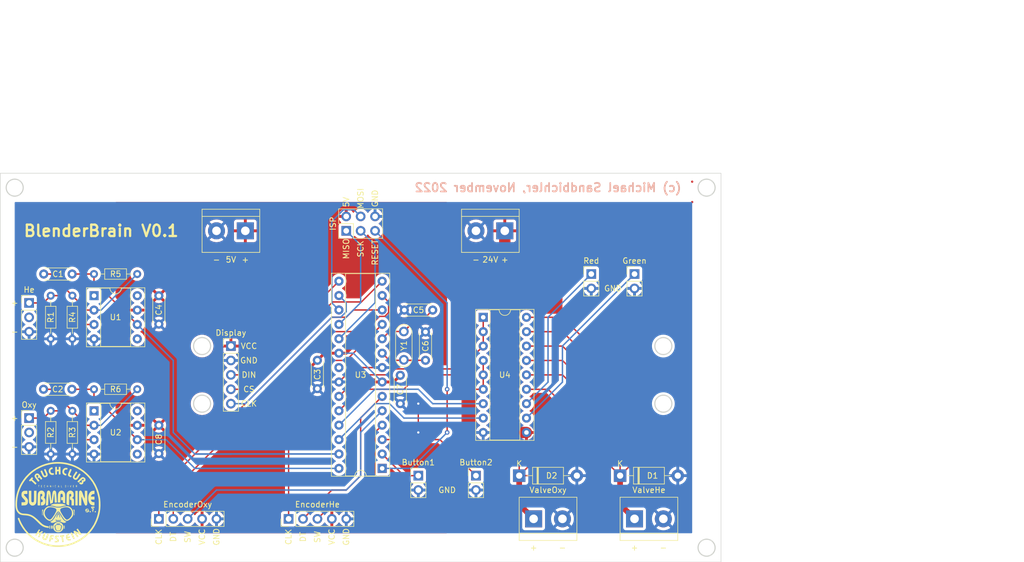
<source format=kicad_pcb>
(kicad_pcb (version 20211014) (generator pcbnew)
  (title_block (title "BlenderBrain") (date "2022-11-15") (rev "1") (comment 4 "AISLER Project ID: VIQGOEOP"))
  (layers (0 "F.Cu" signal) (31 "B.Cu" signal) (34 "B.Paste" user) (35 "F.Paste" user) (36 "B.SilkS" user "B.Silkscreen") (37 "F.SilkS" user "F.Silkscreen") (38 "B.Mask" user) (39 "F.Mask" user) (44 "Edge.Cuts" user))
  (net 0 "")
  (net 1 "+5V")
  (net 2 "GND")
  (net 4 "Net-(C6-Pad1)")
  (net 5 "Net-(J1-Pad1)")
  (net 6 "Net-(J2-Pad1)")
  (net 7 "Net-(C1-Pad1)")
  (net 8 "Net-(C1-Pad2)")
  (net 9 "Net-(C2-Pad1)")
  (net 10 "Net-(C2-Pad2)")
  (net 17 "Net-(C5-Pad1)")
  (net 18 "+24V")
  (net 21 "Net-(D1-Pad1)")
  (net 22 "Net-(D2-Pad1)")
  (net 23 "Net-(JButton1-Pad1)")
  (net 24 "Net-(JButton2-Pad1)")
  (net 25 "Net-(JDisplay1-Pad4)")
  (net 26 "Net-(JDisplay1-Pad5)")
  (net 27 "Net-(JEncHe1-Pad2)")
  (net 28 "Net-(JEncHe1-Pad3)")
  (net 29 "Net-(J3-Pad1)")
  (net 30 "Net-(J3-Pad3)")
  (net 31 "Net-(J3-Pad4)")
  (net 32 "Net-(J3-Pad5)")
  (net 33 "Net-(JGreen1-Pad1)")
  (net 34 "Net-(JRed1-Pad1)")
  (net 35 "Net-(U3-Pad23)")
  (net 36 "Net-(JEncO1-Pad3)")
  (net 37 "Net-(U3-Pad24)")
  (net 38 "Net-(JEncHe1-Pad1)")
  (net 39 "Net-(JEncO1-Pad1)")
  (net 40 "Net-(JEncO1-Pad2)")
  (net 41 "Net-(U3-Pad25)")
  (net 42 "Net-(JDisplay1-Pad3)")
  (net 43 "Net-(U3-Pad26)")
  (footprint "Package_DIP:DIP-8_W7.62mm_Socket" (layer "F.Cu") (at 95.26 107.955)
    (fp_text reference "U2" (at 3.81 3.805 180) (layer "F.SilkS"))
    (fp_text value "OP177GPZ")
    (pad "1" thru_hole rect (at 0 0) (size 1.6 1.6) (drill 0.8) (layers *.Cu *.Mask))
    (pad "2" thru_hole oval (at 0 2.54) (size 1.6 1.6) (drill 0.8) (layers *.Cu *.Mask) (net 9 "Net-(C2-Pad1)"))
    (pad "3" thru_hole oval (at 0 5.08) (size 1.6 1.6) (drill 0.8) (layers *.Cu *.Mask) (net 6 "Net-(J2-Pad1)"))
    (pad "4" thru_hole oval (at 0 7.62) (size 1.6 1.6) (drill 0.8) (layers *.Cu *.Mask) (net 2 "GND"))
    (pad "5" thru_hole oval (at 7.62 7.62) (size 1.6 1.6) (drill 0.8) (layers *.Cu *.Mask))
    (pad "6" thru_hole oval (at 7.62 5.08) (size 1.6 1.6) (drill 0.8) (layers *.Cu *.Mask) (net 10 "Net-(C2-Pad2)"))
    (pad "7" thru_hole oval (at 7.62 2.54) (size 1.6 1.6) (drill 0.8) (layers *.Cu *.Mask) (net 1 "+5V"))
    (pad "8" thru_hole oval (at 7.62 0) (size 1.6 1.6) (drill 0.8) (layers *.Cu *.Mask))
  )
  (footprint "Package_DIP:DIP-28_W7.62mm_Socket" (layer "F.Cu") (at 146.035 118.095 180)
    (fp_text reference "U3" (at 3.81 16.495) (layer "F.SilkS"))
    (fp_text value "ATmega168-20P")
    (pad "1" thru_hole rect (at 0 0 180) (size 1.6 1.6) (drill 0.8) (layers *.Cu *.Mask) (net 32 "Net-(J3-Pad5)"))
    (pad "2" thru_hole oval (at 0 2.54 180) (size 1.6 1.6) (drill 0.8) (layers *.Cu *.Mask) (net 23 "Net-(JButton1-Pad1)"))
    (pad "3" thru_hole oval (at 0 5.08 180) (size 1.6 1.6) (drill 0.8) (layers *.Cu *.Mask) (net 24 "Net-(JButton2-Pad1)"))
    (pad "4" thru_hole oval (at 0 7.62 180) (size 1.6 1.6) (drill 0.8) (layers *.Cu *.Mask) (net 28 "Net-(JEncHe1-Pad3)"))
    (pad "5" thru_hole oval (at 0 10.16 180) (size 1.6 1.6) (drill 0.8) (layers *.Cu *.Mask) (net 36 "Net-(JEncO1-Pad3)"))
    (pad "6" thru_hole oval (at 0 12.7 180) (size 1.6 1.6) (drill 0.8) (layers *.Cu *.Mask) (net 27 "Net-(JEncHe1-Pad2)"))
    (pad "7" thru_hole oval (at 0 15.24 180) (size 1.6 1.6) (drill 0.8) (layers *.Cu *.Mask) (net 1 "+5V"))
    (pad "8" thru_hole oval (at 0 17.78 180) (size 1.6 1.6) (drill 0.8) (layers *.Cu *.Mask) (net 2 "GND"))
    (pad "9" thru_hole oval (at 0 20.32 180) (size 1.6 1.6) (drill 0.8) (layers *.Cu *.Mask) (net 4 "Net-(C6-Pad1)"))
    (pad "10" thru_hole oval (at 0 22.86 180) (size 1.6 1.6) (drill 0.8) (layers *.Cu *.Mask) (net 17 "Net-(C5-Pad1)"))
    (pad "11" thru_hole oval (at 0 25.4 180) (size 1.6 1.6) (drill 0.8) (layers *.Cu *.Mask) (net 38 "Net-(JEncHe1-Pad1)"))
    (pad "12" thru_hole oval (at 0 27.94 180) (size 1.6 1.6) (drill 0.8) (layers *.Cu *.Mask) (net 39 "Net-(JEncO1-Pad1)"))
    (pad "13" thru_hole oval (at 0 30.48 180) (size 1.6 1.6) (drill 0.8) (layers *.Cu *.Mask) (net 40 "Net-(JEncO1-Pad2)"))
    (pad "14" thru_hole oval (at 0 33.02 180) (size 1.6 1.6) (drill 0.8) (layers *.Cu *.Mask) (net 25 "Net-(JDisplay1-Pad4)"))
    (pad "15" thru_hole oval (at 7.62 33.02 180) (size 1.6 1.6) (drill 0.8) (layers *.Cu *.Mask) (net 42 "Net-(JDisplay1-Pad3)"))
    (pad "16" thru_hole oval (at 7.62 30.48 180) (size 1.6 1.6) (drill 0.8) (layers *.Cu *.Mask) (net 26 "Net-(JDisplay1-Pad5)"))
    (pad "17" thru_hole oval (at 7.62 27.94 180) (size 1.6 1.6) (drill 0.8) (layers *.Cu *.Mask) (net 31 "Net-(J3-Pad4)"))
    (pad "18" thru_hole oval (at 7.62 25.4 180) (size 1.6 1.6) (drill 0.8) (layers *.Cu *.Mask) (net 29 "Net-(J3-Pad1)"))
    (pad "19" thru_hole oval (at 7.62 22.86 180) (size 1.6 1.6) (drill 0.8) (layers *.Cu *.Mask) (net 30 "Net-(J3-Pad3)"))
    (pad "20" thru_hole oval (at 7.62 20.32 180) (size 1.6 1.6) (drill 0.8) (layers *.Cu *.Mask) (net 1 "+5V"))
    (pad "21" thru_hole oval (at 7.62 17.78 180) (size 1.6 1.6) (drill 0.8) (layers *.Cu *.Mask))
    (pad "22" thru_hole oval (at 7.62 15.24 180) (size 1.6 1.6) (drill 0.8) (layers *.Cu *.Mask) (net 2 "GND"))
    (pad "23" thru_hole oval (at 7.62 12.7 180) (size 1.6 1.6) (drill 0.8) (layers *.Cu *.Mask) (net 35 "Net-(U3-Pad23)"))
    (pad "24" thru_hole oval (at 7.62 10.16 180) (size 1.6 1.6) (drill 0.8) (layers *.Cu *.Mask) (net 37 "Net-(U3-Pad24)"))
    (pad "25" thru_hole oval (at 7.62 7.62 180) (size 1.6 1.6) (drill 0.8) (layers *.Cu *.Mask) (net 41 "Net-(U3-Pad25)"))
    (pad "26" thru_hole oval (at 7.62 5.08 180) (size 1.6 1.6) (drill 0.8) (layers *.Cu *.Mask) (net 43 "Net-(U3-Pad26)"))
    (pad "27" thru_hole oval (at 7.62 2.54 180) (size 1.6 1.6) (drill 0.8) (layers *.Cu *.Mask) (net 8 "Net-(C1-Pad2)"))
    (pad "28" thru_hole oval (at 7.62 0 180) (size 1.6 1.6) (drill 0.8) (layers *.Cu *.Mask) (net 10 "Net-(C2-Pad2)"))
  )
  (footprint "Connector_PinHeader_2.54mm:PinHeader_1x02_P2.54mm_Vertical" (layer "F.Cu") (at 190.5 83.815)
    (fp_text reference "Green" (at 0 -2.33) (layer "F.SilkS"))
    (fp_text value "Conn_01x02")
    (pad "1" thru_hole rect (at 0 0) (size 1.7 1.7) (drill 1) (layers *.Cu *.Mask) (net 33 "Net-(JGreen1-Pad1)"))
    (pad "2" thru_hole oval (at 0 2.54) (size 1.7 1.7) (drill 1) (layers *.Cu *.Mask) (net 2 "GND"))
  )
  (footprint "Connector_PinHeader_2.54mm:PinHeader_1x05_P2.54mm_Vertical" (layer "F.Cu") (at 119.38 96.52)
    (fp_text reference "Display" (at 0 -2.33) (layer "F.SilkS"))
    (fp_text value "Conn_01x05_Male")
    (pad "1" thru_hole rect (at 0 0) (size 1.7 1.7) (drill 1) (layers *.Cu *.Mask) (net 1 "+5V"))
    (pad "2" thru_hole oval (at 0 2.54) (size 1.7 1.7) (drill 1) (layers *.Cu *.Mask) (net 2 "GND"))
    (pad "3" thru_hole oval (at 0 5.08) (size 1.7 1.7) (drill 1) (layers *.Cu *.Mask) (net 42 "Net-(JDisplay1-Pad3)"))
    (pad "4" thru_hole oval (at 0 7.62) (size 1.7 1.7) (drill 1) (layers *.Cu *.Mask) (net 25 "Net-(JDisplay1-Pad4)"))
    (pad "5" thru_hole oval (at 0 10.16) (size 1.7 1.7) (drill 1) (layers *.Cu *.Mask) (net 26 "Net-(JDisplay1-Pad5)"))
  )
  (footprint "Capacitor_THT:C_Disc_D4.3mm_W1.9mm_P5.00mm" (layer "F.Cu") (at 134.615 99.03 -90)
    (fp_text reference "C3" (at 2.5 -0.005 -270) (layer "F.SilkS"))
    (fp_text value "100nF")
    (pad "1" thru_hole circle (at 0 0 270) (size 1.6 1.6) (drill 0.8) (layers *.Cu *.Mask) (net 1 "+5V"))
    (pad "2" thru_hole circle (at 5 0 270) (size 1.6 1.6) (drill 0.8) (layers *.Cu *.Mask) (net 2 "GND"))
  )
  (footprint "Capacitor_THT:C_Disc_D4.3mm_W1.9mm_P5.00mm" (layer "F.Cu") (at 86.36 104.14)
    (fp_text reference "C2" (at 2.5 0) (layer "F.SilkS"))
    (fp_text value "1nF")
    (pad "1" thru_hole circle (at 0 0) (size 1.6 1.6) (drill 0.8) (layers *.Cu *.Mask) (net 9 "Net-(C2-Pad1)"))
    (pad "2" thru_hole circle (at 5 0) (size 1.6 1.6) (drill 0.8) (layers *.Cu *.Mask) (net 10 "Net-(C2-Pad2)"))
  )
  (footprint "Package_DIP:DIP-8_W7.62mm_Socket" (layer "F.Cu") (at 95.26 87.635)
    (fp_text reference "U1" (at 3.8 3.805) (layer "F.SilkS"))
    (fp_text value "OP177GPZ")
    (pad "1" thru_hole rect (at 0 0) (size 1.6 1.6) (drill 0.8) (layers *.Cu *.Mask))
    (pad "2" thru_hole oval (at 0 2.54) (size 1.6 1.6) (drill 0.8) (layers *.Cu *.Mask) (net 7 "Net-(C1-Pad1)"))
    (pad "3" thru_hole oval (at 0 5.08) (size 1.6 1.6) (drill 0.8) (layers *.Cu *.Mask) (net 5 "Net-(J1-Pad1)"))
    (pad "4" thru_hole oval (at 0 7.62) (size 1.6 1.6) (drill 0.8) (layers *.Cu *.Mask) (net 2 "GND"))
    (pad "5" thru_hole oval (at 7.62 7.62) (size 1.6 1.6) (drill 0.8) (layers *.Cu *.Mask))
    (pad "6" thru_hole oval (at 7.62 5.08) (size 1.6 1.6) (drill 0.8) (layers *.Cu *.Mask) (net 8 "Net-(C1-Pad2)"))
    (pad "7" thru_hole oval (at 7.62 2.54) (size 1.6 1.6) (drill 0.8) (layers *.Cu *.Mask) (net 1 "+5V"))
    (pad "8" thru_hole oval (at 7.62 0) (size 1.6 1.6) (drill 0.8) (layers *.Cu *.Mask))
  )
  (footprint "Connector_PinHeader_2.54mm:PinHeader_1x03_P2.54mm_Vertical" (layer "F.Cu") (at 83.82 88.915)
    (fp_text reference "He" (at 0 -2.33) (layer "F.SilkS"))
    (fp_text value "Conn_He")
    (pad "1" thru_hole rect (at 0 0) (size 1.7 1.7) (drill 1) (layers *.Cu *.Mask) (net 5 "Net-(J1-Pad1)"))
    (pad "2" thru_hole oval (at 0 2.54) (size 1.7 1.7) (drill 1) (layers *.Cu *.Mask))
    (pad "3" thru_hole oval (at 0 5.08) (size 1.7 1.7) (drill 1) (layers *.Cu *.Mask) (net 2 "GND"))
  )
  (footprint "Resistor_THT:R_Axial_DIN0204_L3.6mm_D1.6mm_P7.62mm_Horizontal" (layer "F.Cu") (at 91.44 87.625 -90)
    (fp_text reference "R4" (at 3.81 0 90) (layer "F.SilkS"))
    (fp_text value "1k")
    (pad "1" thru_hole circle (at 0 0 270) (size 1.4 1.4) (drill 0.7) (layers *.Cu *.Mask) (net 7 "Net-(C1-Pad1)"))
    (pad "2" thru_hole oval (at 7.62 0 270) (size 1.4 1.4) (drill 0.7) (layers *.Cu *.Mask) (net 2 "GND"))
  )
  (footprint "TerminalBlock:TerminalBlock_bornier-2_P5.08mm" (layer "F.Cu") (at 190.5 126.995)
    (fp_text reference "ValveHe" (at 2.54 -5.08) (layer "F.SilkS"))
    (fp_text value "Screw_Terminal_01x02")
    (pad "1" thru_hole rect (at 0 0) (size 3 3) (drill 1.52) (layers *.Cu *.Mask) (net 21 "Net-(D1-Pad1)"))
    (pad "2" thru_hole circle (at 5.08 0) (size 3 3) (drill 1.52) (layers *.Cu *.Mask) (net 2 "GND"))
  )
  (footprint "Diode_THT:D_DO-41_SOD81_P10.16mm_Horizontal" (layer "F.Cu") (at 187.96 119.375)
    (fp_text reference "D1" (at 5.715 0.005) (layer "F.SilkS"))
    (fp_text value "1N4001")
    (fp_text user "K" (at 0 -2.1) (layer "F.SilkS"))
    (pad "1" thru_hole rect (at 0 0) (size 2.2 2.2) (drill 1.1) (layers *.Cu *.Mask) (net 21 "Net-(D1-Pad1)"))
    (pad "2" thru_hole oval (at 10.16 0) (size 2.2 2.2) (drill 1.1) (layers *.Cu *.Mask) (net 2 "GND"))
  )
  (footprint "Crystal:Resonator-2Pin_W7.0mm_H2.5mm" (layer "F.Cu") (at 149.855 93.95 -90)
    (fp_text reference "Y1" (at 2.5 -0.005 -270) (layer "F.SilkS"))
    (fp_text value "10MHz")
    (pad "1" thru_hole circle (at 0 0 270) (size 1.7 1.7) (drill 1) (layers *.Cu *.Mask) (net 17 "Net-(C5-Pad1)"))
    (pad "2" thru_hole circle (at 5 0 270) (size 1.7 1.7) (drill 1) (layers *.Cu *.Mask) (net 4 "Net-(C6-Pad1)"))
  )
  (footprint "Resistor_THT:R_Axial_DIN0204_L3.6mm_D1.6mm_P7.62mm_Horizontal" (layer "F.Cu") (at 91.44 107.95 -90)
    (fp_text reference "R3" (at 3.81 0 90) (layer "F.SilkS"))
    (fp_text value "1k")
    (pad "1" thru_hole circle (at 0 0 270) (size 1.4 1.4) (drill 0.7) (layers *.Cu *.Mask) (net 9 "Net-(C2-Pad1)"))
    (pad "2" thru_hole oval (at 7.62 0 270) (size 1.4 1.4) (drill 0.7) (layers *.Cu *.Mask) (net 2 "GND"))
  )
  (footprint "Connector_PinHeader_2.54mm:PinHeader_1x05_P2.54mm_Vertical" (layer "F.Cu") (at 129.545 126.995 90)
    (fp_text reference "EncoderHe" (at 2.535 5.075 180) (layer "F.SilkS"))
    (fp_text value "Conn_01x05_Male")
    (pad "1" thru_hole rect (at 0 0 90) (size 1.7 1.7) (drill 1) (layers *.Cu *.Mask) (net 38 "Net-(JEncHe1-Pad1)"))
    (pad "2" thru_hole oval (at 0 2.54 90) (size 1.7 1.7) (drill 1) (layers *.Cu *.Mask) (net 27 "Net-(JEncHe1-Pad2)"))
    (pad "3" thru_hole oval (at 0 5.08 90) (size 1.7 1.7) (drill 1) (layers *.Cu *.Mask) (net 28 "Net-(JEncHe1-Pad3)"))
    (pad "4" thru_hole oval (at 0 7.62 90) (size 1.7 1.7) (drill 1) (layers *.Cu *.Mask) (net 1 "+5V"))
    (pad "5" thru_hole oval (at 0 10.16 90) (size 1.7 1.7) (drill 1) (layers *.Cu *.Mask) (net 2 "GND"))
  )
  (footprint "Capacitor_THT:C_Disc_D4.3mm_W1.9mm_P5.00mm" (layer "F.Cu") (at 106.68 87.645 -90)
    (fp_text reference "C4" (at 2.5 0 90) (layer "F.SilkS"))
    (fp_text value "100nF")
    (pad "1" thru_hole circle (at 0 0 270) (size 1.6 1.6) (drill 0.8) (layers *.Cu *.Mask) (net 1 "+5V"))
    (pad "2" thru_hole circle (at 5 0 270) (size 1.6 1.6) (drill 0.8) (layers *.Cu *.Mask) (net 2 "GND"))
  )
  (footprint "Resistor_THT:R_Axial_DIN0204_L3.6mm_D1.6mm_P7.62mm_Horizontal" (layer "F.Cu") (at 95.25 104.135)
    (fp_text reference "R6" (at 3.81 0.005) (layer "F.SilkS"))
    (fp_text value "100k")
    (pad "1" thru_hole circle (at 0 0) (size 1.4 1.4) (drill 0.7) (layers *.Cu *.Mask) (net 10 "Net-(C2-Pad2)"))
    (pad "2" thru_hole oval (at 7.62 0) (size 1.4 1.4) (drill 0.7) (layers *.Cu *.Mask) (net 9 "Net-(C2-Pad1)"))
  )
  (footprint "Connector_PinHeader_2.54mm:PinHeader_1x03_P2.54mm_Vertical" (layer "F.Cu") (at 83.82 109.22)
    (fp_text reference "Oxy" (at 0 -2.33) (layer "F.SilkS"))
    (fp_text value "Conn_Oxy")
    (pad "1" thru_hole rect (at 0 0) (size 1.7 1.7) (drill 1) (layers *.Cu *.Mask) (net 6 "Net-(J2-Pad1)"))
    (pad "2" thru_hole oval (at 0 2.54) (size 1.7 1.7) (drill 1) (layers *.Cu *.Mask))
    (pad "3" thru_hole oval (at 0 5.08) (size 1.7 1.7) (drill 1) (layers *.Cu *.Mask) (net 2 "GND"))
  )
  (footprint "Capacitor_THT:C_Disc_D4.3mm_W1.9mm_P5.00mm" (layer "F.Cu") (at 154.935 90.17 180)
    (fp_text reference "C5" (at 2.5 0) (layer "F.SilkS"))
    (fp_text value "20pF")
    (pad "1" thru_hole circle (at 0 0 180) (size 1.6 1.6) (drill 0.8) (layers *.Cu *.Mask) (net 17 "Net-(C5-Pad1)"))
    (pad "2" thru_hole circle (at 5 0 180) (size 1.6 1.6) (drill 0.8) (layers *.Cu *.Mask) (net 2 "GND"))
  )
  (footprint "Capacitor_THT:C_Disc_D4.3mm_W1.9mm_P5.00mm" (layer "F.Cu") (at 149.225 106.68 90)
    (fp_text reference "C7" (at 2.5 0 90) (layer "F.SilkS"))
    (fp_text value "100nF")
    (pad "1" thru_hole circle (at 0 0 90) (size 1.6 1.6) (drill 0.8) (layers *.Cu *.Mask) (net 2 "GND"))
    (pad "2" thru_hole circle (at 5 0 90) (size 1.6 1.6) (drill 0.8) (layers *.Cu *.Mask) (net 1 "+5V"))
  )
  (footprint "Resistor_THT:R_Axial_DIN0204_L3.6mm_D1.6mm_P7.62mm_Horizontal" (layer "F.Cu") (at 87.63 107.945 -90)
    (fp_text reference "R2" (at 3.81 0 90) (layer "F.SilkS"))
    (fp_text value "10k")
    (pad "1" thru_hole circle (at 0 0 270) (size 1.4 1.4) (drill 0.7) (layers *.Cu *.Mask) (net 6 "Net-(J2-Pad1)"))
    (pad "2" thru_hole oval (at 7.62 0 270) (size 1.4 1.4) (drill 0.7) (layers *.Cu *.Mask) (net 2 "GND"))
  )
  (footprint "Capacitor_THT:C_Disc_D4.3mm_W1.9mm_P5.00mm" (layer "F.Cu") (at 106.68 110.485 -90)
    (fp_text reference "C8" (at 2.5 0 90) (layer "F.SilkS"))
    (fp_text value "100nF")
    (pad "1" thru_hole circle (at 0 0 270) (size 1.6 1.6) (drill 0.8) (layers *.Cu *.Mask) (net 1 "+5V"))
    (pad "2" thru_hole circle (at 5 0 270) (size 1.6 1.6) (drill 0.8) (layers *.Cu *.Mask) (net 2 "GND"))
  )
  (footprint "Resistor_THT:R_Axial_DIN0204_L3.6mm_D1.6mm_P7.62mm_Horizontal" (layer "F.Cu") (at 87.63 87.63 -90)
    (fp_text reference "R1" (at 3.81 0 90) (layer "F.SilkS"))
    (fp_text value "10k")
    (pad "1" thru_hole circle (at 0 0 270) (size 1.4 1.4) (drill 0.7) (layers *.Cu *.Mask) (net 5 "Net-(J1-Pad1)"))
    (pad "2" thru_hole oval (at 7.62 0 270) (size 1.4 1.4) (drill 0.7) (layers *.Cu *.Mask) (net 2 "GND"))
  )
  (footprint "Capacitor_THT:C_Disc_D4.3mm_W1.9mm_P5.00mm" (layer "F.Cu") (at 86.4 83.815)
    (fp_text reference "C1" (at 2.5 0.005) (layer "F.SilkS"))
    (fp_text value "1nF")
    (pad "1" thru_hole circle (at 0 0) (size 1.6 1.6) (drill 0.8) (layers *.Cu *.Mask) (net 7 "Net-(C1-Pad1)"))
    (pad "2" thru_hole circle (at 5 0) (size 1.6 1.6) (drill 0.8) (layers *.Cu *.Mask) (net 8 "Net-(C1-Pad2)"))
  )
  (footprint "Connector_PinHeader_2.54mm:PinHeader_1x02_P2.54mm_Vertical" (layer "F.Cu") (at 182.88 83.815)
    (fp_text reference "Red" (at 0 -2.33) (layer "F.SilkS"))
    (fp_text value "Conn_01x02")
    (pad "1" thru_hole rect (at 0 0) (size 1.7 1.7) (drill 1) (layers *.Cu *.Mask) (net 34 "Net-(JRed1-Pad1)"))
    (pad "2" thru_hole oval (at 0 2.54) (size 1.7 1.7) (drill 1) (layers *.Cu *.Mask) (net 2 "GND"))
  )
  (footprint "TerminalBlock:TerminalBlock_bornier-2_P5.08mm" (layer "F.Cu") (at 172.72 126.995)
    (fp_text reference "ValveOxy" (at 2.54 -5.08) (layer "F.SilkS"))
    (fp_text value "Screw_Terminal_01x02")
    (pad "1" thru_hole rect (at 0 0) (size 3 3) (drill 1.52) (layers *.Cu *.Mask) (net 22 "Net-(D2-Pad1)"))
    (pad "2" thru_hole circle (at 5.08 0) (size 3 3) (drill 1.52) (layers *.Cu *.Mask) (net 2 "GND"))
  )
  (footprint "Resistor_THT:R_Axial_DIN0204_L3.6mm_D1.6mm_P7.62mm_Horizontal" (layer "F.Cu") (at 95.25 83.815)
    (fp_text reference "R5" (at 3.81 0.005) (layer "F.SilkS"))
    (fp_text value "100k")
    (pad "1" thru_hole circle (at 0 0) (size 1.4 1.4) (drill 0.7) (layers *.Cu *.Mask) (net 8 "Net-(C1-Pad2)"))
    (pad "2" thru_hole oval (at 7.62 0) (size 1.4 1.4) (drill 0.7) (layers *.Cu *.Mask) (net 7 "Net-(C1-Pad1)"))
  )
  (footprint "TerminalBlock:TerminalBlock_bornier-2_P5.08mm" (layer "F.Cu") (at 167.64 76.195 180)
    (fp_text reference "24V" (at 2.54 -5.08) (layer "F.SilkS"))
    (fp_text value "Screw_Terminal_01x02")
    (pad "1" thru_hole rect (at 0 0 180) (size 3 3) (drill 1.52) (layers *.Cu *.Mask) (net 18 "+24V"))
    (pad "2" thru_hole circle (at 5.08 0 180) (size 3 3) (drill 1.52) (layers *.Cu *.Mask) (net 2 "GND"))
  )
  (footprint "Connector_PinHeader_2.54mm:PinHeader_1x05_P2.54mm_Vertical" (layer "F.Cu") (at 106.68 126.995 90)
    (fp_text reference "EncoderOxy" (at 2.535 5.08 180) (layer "F.SilkS"))
    (fp_text value "Conn_01x05_Male")
    (pad "1" thru_hole rect (at 0 0 90) (size 1.7 1.7) (drill 1) (layers *.Cu *.Mask) (net 39 "Net-(JEncO1-Pad1)"))
    (pad "2" thru_hole oval (at 0 2.54 90) (size 1.7 1.7) (drill 1) (layers *.Cu *.Mask) (net 40 "Net-(JEncO1-Pad2)"))
    (pad "3" thru_hole oval (at 0 5.08 90) (size 1.7 1.7) (drill 1) (layers *.Cu *.Mask) (net 36 "Net-(JEncO1-Pad3)"))
    (pad "4" thru_hole oval (at 0 7.62 90) (size 1.7 1.7) (drill 1) (layers *.Cu *.Mask) (net 1 "+5V"))
    (pad "5" thru_hole oval (at 0 10.16 90) (size 1.7 1.7) (drill 1) (layers *.Cu *.Mask) (net 2 "GND"))
  )
  (footprint "Package_DIP:DIP-18_W7.62mm_Socket" (layer "F.Cu") (at 163.84 91.445)
    (fp_text reference "U4" (at 3.81 10.155) (layer "F.SilkS"))
    (fp_text value "ULN2803A")
    (pad "1" thru_hole rect (at 0 0) (size 1.6 1.6) (drill 0.8) (layers *.Cu *.Mask) (net 35 "Net-(U3-Pad23)"))
    (pad "2" thru_hole oval (at 0 2.54) (size 1.6 1.6) (drill 0.8) (layers *.Cu *.Mask) (net 35 "Net-(U3-Pad23)"))
    (pad "3" thru_hole oval (at 0 5.08) (size 1.6 1.6) (drill 0.8) (layers *.Cu *.Mask) (net 35 "Net-(U3-Pad23)"))
    (pad "4" thru_hole oval (at 0 7.62) (size 1.6 1.6) (drill 0.8) (layers *.Cu *.Mask) (net 37 "Net-(U3-Pad24)"))
    (pad "5" thru_hole oval (at 0 10.16) (size 1.6 1.6) (drill 0.8) (layers *.Cu *.Mask) (net 37 "Net-(U3-Pad24)"))
    (pad "6" thru_hole oval (at 0 12.7) (size 1.6 1.6) (drill 0.8) (layers *.Cu *.Mask) (net 37 "Net-(U3-Pad24)"))
    (pad "7" thru_hole oval (at 0 15.24) (size 1.6 1.6) (drill 0.8) (layers *.Cu *.Mask) (net 41 "Net-(U3-Pad25)"))
    (pad "8" thru_hole oval (at 0 17.78) (size 1.6 1.6) (drill 0.8) (layers *.Cu *.Mask) (net 43 "Net-(U3-Pad26)"))
    (pad "9" thru_hole oval (at 0 20.32) (size 1.6 1.6) (drill 0.8) (layers *.Cu *.Mask) (net 2 "GND"))
    (pad "10" thru_hole oval (at 7.62 20.32) (size 1.6 1.6) (drill 0.8) (layers *.Cu *.Mask) (net 18 "+24V"))
    (pad "11" thru_hole oval (at 7.62 17.78) (size 1.6 1.6) (drill 0.8) (layers *.Cu *.Mask) (net 33 "Net-(JGreen1-Pad1)"))
    (pad "12" thru_hole oval (at 7.62 15.24) (size 1.6 1.6) (drill 0.8) (layers *.Cu *.Mask) (net 34 "Net-(JRed1-Pad1)"))
    (pad "13" thru_hole oval (at 7.62 12.7) (size 1.6 1.6) (drill 0.8) (layers *.Cu *.Mask) (net 22 "Net-(D2-Pad1)"))
    (pad "14" thru_hole oval (at 7.62 10.16) (size 1.6 1.6) (drill 0.8) (layers *.Cu *.Mask) (net 22 "Net-(D2-Pad1)"))
    (pad "15" thru_hole oval (at 7.62 7.62) (size 1.6 1.6) (drill 0.8) (layers *.Cu *.Mask) (net 22 "Net-(D2-Pad1)"))
    (pad "16" thru_hole oval (at 7.62 5.08) (size 1.6 1.6) (drill 0.8) (layers *.Cu *.Mask) (net 21 "Net-(D1-Pad1)"))
    (pad "17" thru_hole oval (at 7.62 2.54) (size 1.6 1.6) (drill 0.8) (layers *.Cu *.Mask) (net 21 "Net-(D1-Pad1)"))
    (pad "18" thru_hole oval (at 7.62 0) (size 1.6 1.6) (drill 0.8) (layers *.Cu *.Mask) (net 21 "Net-(D1-Pad1)"))
  )
  (footprint "Capacitor_THT:C_Disc_D4.3mm_W1.9mm_P5.00mm" (layer "F.Cu") (at 153.67 99.03 90)
    (fp_text reference "C6" (at 2.5 0 90) (layer "F.SilkS"))
    (fp_text value "20pF")
    (pad "1" thru_hole circle (at 0 0 90) (size 1.6 1.6) (drill 0.8) (layers *.Cu *.Mask) (net 4 "Net-(C6-Pad1)"))
    (pad "2" thru_hole circle (at 5 0 90) (size 1.6 1.6) (drill 0.8) (layers *.Cu *.Mask) (net 2 "GND"))
  )
  (footprint "tcslogo" (layer "F.Cu") (at 88.9 124.46)
    (fp_text reference "G***" hide)
    (fp_text value "LOGO" hide)
  )
  (footprint "Diode_THT:D_DO-41_SOD81_P10.16mm_Horizontal" (layer "F.Cu") (at 170.18 119.375)
    (fp_text reference "D2" (at 5.715 0.005) (layer "F.SilkS"))
    (fp_text value "1N4001")
    (fp_text user "K" (at 0 -2.1) (layer "F.SilkS"))
    (pad "1" thru_hole rect (at 0 0) (size 2.2 2.2) (drill 1.1) (layers *.Cu *.Mask) (net 22 "Net-(D2-Pad1)"))
    (pad "2" thru_hole oval (at 10.16 0) (size 2.2 2.2) (drill 1.1) (layers *.Cu *.Mask) (net 2 "GND"))
  )
  (footprint "Connector_PinHeader_2.54mm:PinHeader_2x03_P2.54mm_Vertical" (layer "F.Cu") (at 139.7 76.195 90)
    (fp_text reference "ISP" (at 1.27 -2.33 90) (layer "F.SilkS"))
    (fp_text value "AVR-ISP-6")
    (pad "1" thru_hole rect (at 0 0 90) (size 1.7 1.7) (drill 1) (layers *.Cu *.Mask) (net 29 "Net-(J3-Pad1)"))
    (pad "2" thru_hole oval (at 2.54 0 90) (size 1.7 1.7) (drill 1) (layers *.Cu *.Mask) (net 1 "+5V"))
    (pad "3" thru_hole oval (at 0 2.54 90) (size 1.7 1.7) (drill 1) (layers *.Cu *.Mask) (net 30 "Net-(J3-Pad3)"))
    (pad "4" thru_hole oval (at 2.54 2.54 90) (size 1.7 1.7) (drill 1) (layers *.Cu *.Mask) (net 31 "Net-(J3-Pad4)"))
    (pad "5" thru_hole oval (at 0 5.08 90) (size 1.7 1.7) (drill 1) (layers *.Cu *.Mask) (net 32 "Net-(J3-Pad5)"))
    (pad "6" thru_hole oval (at 2.54 5.08 90) (size 1.7 1.7) (drill 1) (layers *.Cu *.Mask) (net 2 "GND"))
  )
  (footprint "TerminalBlock:TerminalBlock_bornier-2_P5.08mm" (layer "F.Cu") (at 121.92 76.195 180)
    (fp_text reference "5V" (at 2.54 -5.08) (layer "F.SilkS"))
    (fp_text value "Screw_Terminal_01x02")
    (pad "1" thru_hole rect (at 0 0 180) (size 3 3) (drill 1.52) (layers *.Cu *.Mask) (net 1 "+5V"))
    (pad "2" thru_hole circle (at 5.08 0 180) (size 3 3) (drill 1.52) (layers *.Cu *.Mask) (net 2 "GND"))
  )
  (footprint "Connector_PinHeader_2.54mm:PinHeader_1x02_P2.54mm_Vertical" (layer "F.Cu") (at 152.4 119.375)
    (fp_text reference "Button1" (at 0 -2.33) (layer "F.SilkS"))
    (fp_text value "Conn_01x02")
    (pad "1" thru_hole rect (at 0 0) (size 1.7 1.7) (drill 1) (layers *.Cu *.Mask) (net 23 "Net-(JButton1-Pad1)"))
    (pad "2" thru_hole oval (at 0 2.54) (size 1.7 1.7) (drill 1) (layers *.Cu *.Mask) (net 2 "GND"))
  )
  (footprint "Connector_PinHeader_2.54mm:PinHeader_1x02_P2.54mm_Vertical" (layer "F.Cu") (at 162.56 119.375)
    (fp_text reference "Button2" (at 0 -2.33) (layer "F.SilkS"))
    (fp_text value "Conn_01x02")
    (pad "1" thru_hole rect (at 0 0) (size 1.7 1.7) (drill 1) (layers *.Cu *.Mask) (net 24 "Net-(JButton2-Pad1)"))
    (pad "2" thru_hole oval (at 0 2.54) (size 1.7 1.7) (drill 1) (layers *.Cu *.Mask) (net 2 "GND"))
  )
  (gr_circle (center 200.66 71.12) (end 200.66 71.12) (layer "F.Cu") (width 0.2) (fill none))
  (gr_circle (center 200.66 67.527898) (end 200.66 67.527898) (layer "F.Cu") (width 0.2) (fill none))
  (gr_circle (center 114.3 96.52) (end 115.8 96.52) (layer "Edge.Cuts") (width 0.2) (fill none))
  (gr_circle (center 195.58 96.52) (end 197.08 96.52) (layer "Edge.Cuts") (width 0.2) (fill none))
  (gr_circle (center 81.28 132.08) (end 82.78 132.08) (layer "Edge.Cuts") (width 0.2) (fill none))
  (gr_circle (center 203.2 132.08) (end 204.7 132.08) (layer "Edge.Cuts") (width 0.2) (fill none))
  (gr_circle (center 114.3 106.68) (end 115.8 106.68) (layer "Edge.Cuts") (width 0.2) (fill none))
  (gr_rect (start 78.74 66.035) (end 205.74 134.615) (layer "Edge.Cuts") (width 0.1) (fill none))
  (gr_circle (center 203.2 68.58) (end 204.7 68.58) (layer "Edge.Cuts") (width 0.2) (fill none))
  (gr_circle (center 81.28 68.58) (end 82.78 68.58) (layer "Edge.Cuts") (width 0.2) (fill none))
  (gr_circle (center 195.58 106.68) (end 197.08 106.68) (layer "Edge.Cuts") (width 0.2) (fill none))
  (gr_text "(c) Michael Sandbichler, November 2022" (at 175.26 68.575) (layer "B.SilkS") (effects (font (size 1.5 1.5) (thickness 0.3)) (justify mirror)))
  (gr_text "+" (at 167.64 81.28) (layer "F.SilkS") (effects (font (size 1 1))))
  (gr_text "-" (at 177.8 132.08) (layer "F.SilkS") (effects (font (size 1 1))))
  (gr_text "VCC" (at 137.16 130.175 90) (layer "F.SilkS") (effects (font (size 1 1))))
  (gr_text "DT" (at 132.08 130.175 90) (layer "F.SilkS") (effects (font (size 1 1))))
  (gr_text "GND" (at 116.84 130.175 90) (layer "F.SilkS") (effects (font (size 1 1))))
  (gr_text "+" (at 172.72 132.08) (layer "F.SilkS") (effects (font (size 1 1))))
  (gr_text "-" (at 81.28 114.3) (layer "F.SilkS") (effects (font (size 1 1))))
  (gr_text "-" (at 195.58 132.08) (layer "F.SilkS") (effects (font (size 1 1))))
  (gr_text "CLK" (at 129.54 130.175 90) (layer "F.SilkS") (effects (font (size 1 1))))
  (gr_text "BlenderBrain V0.1" (at 96.52 76.2) (layer "F.SilkS") (effects (font (size 2 2) (thickness 0.4))))
  (gr_text "+" (at 190.5 132.08) (layer "F.SilkS") (effects (font (size 1 1))))
  (gr_text "5V" (at 139.7 71.12 90) (layer "F.SilkS") (effects (font (size 1 1))))
  (gr_text "GND" (at 157.48 121.92) (layer "F.SilkS") (effects (font (size 1 1))))
  (gr_text "CLK" (at 106.68 130.175 90) (layer "F.SilkS") (effects (font (size 1 1))))
  (gr_text "GND" (at 122.555 99.06) (layer "F.SilkS") (effects (font (size 1 1))))
  (gr_text "+" (at 81.28 88.9) (layer "F.SilkS") (effects (font (size 1 1))))
  (gr_text "MOSI" (at 142.24 70.485 90) (layer "F.SilkS") (effects (font (size 1 1))))
  (gr_text "-" (at 162.56 81.28) (layer "F.SilkS") (effects (font (size 1 1))))
  (gr_text "GND\n" (at 144.78 70.485 90) (layer "F.SilkS") (effects (font (size 1 1))))
  (gr_text "VCC" (at 114.3 130.175 90) (layer "F.SilkS") (effects (font (size 1 1))))
  (gr_text "+" (at 121.92 81.28) (layer "F.SilkS") (effects (font (size 1 1))))
  (gr_text "-" (at 81.28 93.98) (layer "F.SilkS") (effects (font (size 1 1))))
  (gr_text "SW" (at 111.76 130.175 90) (layer "F.SilkS") (effects (font (size 1 1))))
  (gr_text "DIN" (at 122.555 101.6) (layer "F.SilkS") (effects (font (size 1 1))))
  (gr_text "VCC" (at 122.555 96.52) (layer "F.SilkS") (effects (font (size 1 1))))
  (gr_text "+" (at 81.28 109.22) (layer "F.SilkS") (effects (font (size 1 1))))
  (gr_text "DT" (at 109.22 130.175 90) (layer "F.SilkS") (effects (font (size 1 1))))
  (gr_text "MISO" (at 139.7 79.375 90) (layer "F.SilkS") (effects (font (size 1 1))))
  (gr_text "GND" (at 139.7 130.175 90) (layer "F.SilkS") (effects (font (size 1 1))))
  (gr_text "CS" (at 122.555 104.14) (layer "F.SilkS") (effects (font (size 1 1))))
  (gr_text "SCK" (at 142.24 79.375 90) (layer "F.SilkS") (effects (font (size 1 1))))
  (gr_text "-" (at 116.84 81.28) (layer "F.SilkS") (effects (font (size 1 1))))
  (gr_text "CLK" (at 122.555 106.68) (layer "F.SilkS") (effects (font (size 1 1))))
  (gr_text "RESET" (at 144.78 80.01 90) (layer "F.SilkS") (effects (font (size 1 1))))
  (gr_text "SW" (at 134.62 130.175 90) (layer "F.SilkS") (effects (font (size 1 1))))
  (gr_text "GND" (at 186.69 86.36) (layer "F.SilkS") (effects (font (size 1 1))))
  (segment (start 140.955 97.775) (end 146.035 102.855) (width 0.25) (layer "B.Cu") (net 1))
  (segment (start 138.415 97.775) (end 140.955 97.775) (width 0.25) (layer "B.Cu") (net 1))
  (segment (start 140.955 100.315) (end 138.415 102.855) (width 0.25) (layer "F.Cu") (net 2))
  (segment (start 152.4 106.675) (end 152.4 111.755) (width 0.25) (layer "F.Cu") (net 2))
  (segment (start 146.035 100.315) (end 140.955 100.315) (width 0.25) (layer "F.Cu") (net 2))
  (via (at 152.4 111.755) (size 0.8) (drill 0.4) (layers "F.Cu" "B.Cu") (net 2))
  (via (at 152.4 106.675) (size 0.8) (drill 0.4) (layers "F.Cu" "B.Cu") (net 2))
  (segment (start 147.29 99.03) (end 146.035 97.775) (width 0.25) (layer "F.Cu") (net 4))
  (segment (start 149.935 99.03) (end 149.855 98.95) (width 0.25) (layer "F.Cu") (net 4))
  (segment (start 152.395 99.03) (end 147.29 99.03) (width 0.25) (layer "F.Cu") (net 4))
  (segment (start 153.67 99.03) (end 149.935 99.03) (width 0.25) (layer "F.Cu") (net 4))
  (segment (start 87.63 87.63) (end 88.9 87.63) (width 0.25) (layer "F.Cu") (net 5))
  (segment (start 88.9 87.63) (end 93.985 92.715) (width 0.25) (layer "F.Cu") (net 5))
  (segment (start 86.345 88.915) (end 87.63 87.63) (width 0.25) (layer "F.Cu") (net 5))
  (segment (start 93.985 92.715) (end 95.26 92.715) (width 0.25) (layer "F.Cu") (net 5))
  (segment (start 83.82 88.915) (end 86.345 88.915) (width 0.25) (layer "F.Cu") (net 5))
  (segment (start 88.895 107.945) (end 93.985 113.035) (width 0.25) (layer "F.Cu") (net 6))
  (segment (start 83.82 109.22) (end 86.355 109.22) (width 0.25) (layer "F.Cu") (net 6))
  (segment (start 93.985 113.035) (end 95.26 113.035) (width 0.25) (layer "F.Cu") (net 6))
  (segment (start 86.355 109.22) (end 87.63 107.945) (width 0.25) (layer "F.Cu") (net 6))
  (segment (start 87.63 107.945) (end 88.895 107.945) (width 0.25) (layer "F.Cu") (net 6))
  (segment (start 87.63 83.815) (end 91.44 87.625) (width 0.25) (layer "F.Cu") (net 7))
  (segment (start 86.4 83.815) (end 87.63 83.815) (width 0.25) (layer "F.Cu") (net 7))
  (segment (start 91.44 87.625) (end 93.99 90.175) (width 0.25) (layer "F.Cu") (net 7))
  (segment (start 93.99 90.175) (end 95.26 90.175) (width 0.25) (layer "F.Cu") (net 7))
  (segment (start 96.51 90.175) (end 102.87 83.815) (width 0.25) (layer "B.Cu") (net 7))
  (segment (start 95.26 90.175) (end 96.51 90.175) (width 0.25) (layer "B.Cu") (net 7))
  (segment (start 95.25 83.815) (end 95.25 85.085) (width 0.25) (layer "F.Cu") (net 8))
  (segment (start 91.4 83.815) (end 95.25 83.815) (width 0.25) (layer "F.Cu") (net 8))
  (segment (start 95.25 85.085) (end 102.88 92.715) (width 0.25) (layer "F.Cu") (net 8))
  (segment (start 138.415 115.555) (end 113.02 115.555) (width 0.25) (layer "B.Cu") (net 8))
  (segment (start 113.03 115.57) (end 119.38 115.57) (width 0.25) (layer "B.Cu") (net 8))
  (segment (start 109.22 111.76) (end 113.03 115.57) (width 0.25) (layer "B.Cu") (net 8))
  (segment (start 119.38 115.57) (end 119.395 115.555) (width 0.25) (layer "B.Cu") (net 8))
  (segment (start 102.88 92.715) (end 109.22 99.055) (width 0.25) (layer "B.Cu") (net 8))
  (segment (start 109.22 99.055) (end 109.22 111.76) (width 0.25) (layer "B.Cu") (net 8))
  (segment (start 119.395 115.555) (end 138.415 115.555) (width 0.25) (layer "B.Cu") (net 8))
  (segment (start 93.985 110.495) (end 95.26 110.495) (width 0.25) (layer "F.Cu") (net 9))
  (segment (start 86.36 104.14) (end 87.63 104.14) (width 0.25) (layer "F.Cu") (net 9))
  (segment (start 87.63 104.14) (end 91.44 107.95) (width 0.25) (layer "F.Cu") (net 9))
  (segment (start 91.44 107.95) (end 93.985 110.495) (width 0.25) (layer "F.Cu") (net 9))
  (segment (start 95.26 110.495) (end 96.51 110.495) (width 0.25) (layer "B.Cu") (net 9))
  (segment (start 96.51 110.495) (end 102.87 104.135) (width 0.25) (layer "B.Cu") (net 9))
  (segment (start 95.245 104.14) (end 95.25 104.135) (width 0.25) (layer "F.Cu") (net 10))
  (segment (start 91.36 104.14) (end 95.245 104.14) (width 0.25) (layer "F.Cu") (net 10))
  (segment (start 95.25 105.405) (end 102.88 113.035) (width 0.25) (layer "F.Cu") (net 10))
  (segment (start 95.25 104.135) (end 95.25 105.405) (width 0.25) (layer "F.Cu") (net 10))
  (segment (start 107.96 113.035) (end 113.02 118.095) (width 0.25) (layer "B.Cu") (net 10))
  (segment (start 113.02 118.095) (end 138.415 118.095) (width 0.25) (layer "B.Cu") (net 10))
  (segment (start 102.88 113.035) (end 107.96 113.035) (width 0.25) (layer "B.Cu") (net 10))
  (segment (start 153.67 91.44) (end 152.365 91.44) (width 0.25) (layer "F.Cu") (net 17))
  (segment (start 154.935 90.17) (end 153.67 91.435) (width 0.25) (layer "F.Cu") (net 17))
  (segment (start 147.295 93.975) (end 147.32 93.975) (width 0.25) (layer "F.Cu") (net 17))
  (segment (start 153.67 91.435) (end 153.67 91.44) (width 0.25) (layer "F.Cu") (net 17))
  (segment (start 146.035 95.235) (end 147.295 93.975) (width 0.25) (layer "F.Cu") (net 17))
  (segment (start 147.345 93.95) (end 149.855 93.95) (width 0.25) (layer "F.Cu") (net 17))
  (segment (start 152.395 91.41) (end 149.855 93.95) (width 0.25) (layer "F.Cu") (net 17))
  (segment (start 152.365 91.44) (end 149.855 93.95) (width 0.25) (layer "F.Cu") (net 17))
  (segment (start 147.32 93.975) (end 147.345 93.95) (width 0.25) (layer "F.Cu") (net 17))
  (segment (start 167.64 76.195) (end 167.64 109.555991) (width 2) (layer "F.Cu") (net 18))
  (segment (start 167.64 109.555991) (end 169.849009 111.765) (width 2) (layer "F.Cu") (net 18))
  (segment (start 169.849009 111.765) (end 171.46 111.765) (width 2) (layer "F.Cu") (net 18))
  (segment (start 171.46 91.445) (end 177.79 91.445) (width 0.25) (layer "F.Cu") (net 21))
  (segment (start 190.5 104.135) (end 190.5 114.295) (width 0.25) (layer "F.Cu") (net 21))
  (segment (start 190.5 116.835) (end 190.5 114.295) (width 0.25) (layer "F.Cu") (net 21))
  (segment (start 187.96 124.455) (end 190.5 126.995) (width 1) (layer "F.Cu") (net 21))
  (segment (start 177.8 93.975) (end 187.96 104.135) (width 0.25) (layer "F.Cu") (net 21))
  (segment (start 177.8 96.515) (end 185.42 104.135) (width 0.25) (layer "F.Cu") (net 21))
  (segment (start 177.8 91.435) (end 190.5 104.135) (width 0.25) (layer "F.Cu") (net 21))
  (segment (start 171.46 96.525) (end 177.79 96.525) (width 0.25) (layer "F.Cu") (net 21))
  (segment (start 185.42 104.135) (end 185.42 116.835) (width 0.25) (layer "F.Cu") (net 21))
  (segment (start 187.96 104.135) (end 187.96 119.375) (width 0.25) (layer "F.Cu") (net 21))
  (segment (start 187.96 119.375) (end 187.96 124.455) (width 1) (layer "F.Cu") (net 21))
  (segment (start 177.79 96.525) (end 177.8 96.515) (width 0.25) (layer "F.Cu") (net 21))
  (segment (start 177.79 93.985) (end 177.8 93.975) (width 0.25) (layer "F.Cu") (net 21))
  (segment (start 185.42 116.835) (end 187.96 119.375) (width 0.25) (layer "F.Cu") (net 21))
  (segment (start 187.96 119.375) (end 190.5 116.835) (width 0.25) (layer "F.Cu") (net 21))
  (segment (start 177.79 91.445) (end 177.8 91.435) (width 0.25) (layer "F.Cu") (net 21))
  (segment (start 171.46 93.985) (end 177.79 93.985) (width 0.25) (layer "F.Cu") (net 21))
  (segment (start 180.34 111.755) (end 180.34 104.135) (width 0.25) (layer "F.Cu") (net 22))
  (segment (start 172.72 114.295) (end 170.18 116.835) (width 0.25) (layer "F.Cu") (net 22))
  (segment (start 170.18 116.835) (end 170.18 119.375) (width 0.25) (layer "F.Cu") (net 22))
  (segment (start 171.46 104.145) (end 175.25 104.145) (width 0.25) (layer "F.Cu") (net 22))
  (segment (start 175.26 119.375) (end 170.18 119.375) (width 0.25) (layer "F.Cu") (net 22))
  (segment (start 170.18 119.375) (end 170.18 124.455) (width 1) (layer "F.Cu") (net 22))
  (segment (start 175.25 104.145) (end 175.26 104.135) (width 0.25) (layer "F.Cu") (net 22))
  (segment (start 177.8 111.755) (end 175.26 114.295) (width 0.25) (layer "F.Cu") (net 22))
  (segment (start 177.8 114.295) (end 175.26 116.835) (width 0.25) (layer "F.Cu") (net 22))
  (segment (start 177.8 99.055) (end 182.88 104.135) (width 0.25) (layer "F.Cu") (net 22))
  (segment (start 171.46 99.065) (end 177.79 99.065) (width 0.25) (layer "F.Cu") (net 22))
  (segment (start 177.8 114.295) (end 180.34 111.755) (width 0.25) (layer "F.Cu") (net 22))
  (segment (start 170.18 124.455) (end 172.72 126.995) (width 1) (layer "F.Cu") (net 22))
  (segment (start 171.46 101.605) (end 177.81 101.605) (width 0.25) (layer "F.Cu") (net 22))
  (segment (start 182.88 104.135) (end 182.88 111.755) (width 0.25) (layer "F.Cu") (net 22))
  (segment (start 175.26 104.135) (end 177.8 106.675) (width 0.25) (layer "F.Cu") (net 22))
  (segment (start 177.81 101.605) (end 180.34 104.135) (width 0.25) (layer "F.Cu") (net 22))
  (segment (start 177.8 106.675) (end 177.8 111.755) (width 0.25) (layer "F.Cu") (net 22))
  (segment (start 172.72 116.835) (end 170.18 119.375) (width 0.25) (layer "F.Cu") (net 22))
  (segment (start 182.88 111.755) (end 175.26 119.375) (width 0.25) (layer "F.Cu") (net 22))
  (segment (start 175.26 114.295) (end 172.72 114.295) (width 0.25) (layer "F.Cu") (net 22))
  (segment (start 175.26 116.835) (end 172.72 116.835) (width 0.25) (layer "F.Cu") (net 22))
  (segment (start 177.79 99.065) (end 177.8 99.055) (width 0.25) (layer "F.Cu") (net 22))
  (segment (start 149.855 119.375) (end 146.035 115.555) (width 0.25) (layer "F.Cu") (net 23))
  (segment (start 152.4 119.375) (end 149.855 119.375) (width 0.25) (layer "F.Cu") (net 23))
  (segment (start 156.2 113.015) (end 146.035 113.015) (width 0.25) (layer "F.Cu") (net 24))
  (segment (start 162.56 119.375) (end 156.2 113.015) (width 0.25) (layer "F.Cu") (net 24))
  (segment (start 121.915 104.14) (end 137.315 88.74) (width 0.25) (layer "F.Cu") (net 25))
  (segment (start 137.315 88.74) (end 142.37 88.74) (width 0.25) (layer "F.Cu") (net 25))
  (segment (start 119.38 104.14) (end 121.915 104.14) (width 0.25) (layer "F.Cu") (net 25))
  (segment (start 142.37 88.74) (end 146.035 85.075) (width 0.25) (layer "F.Cu") (net 25))
  (segment (start 139.695 90.465991) (end 138.725991 91.435) (width 0.25) (layer "B.Cu") (net 26))
  (segment (start 139.695 88.895) (end 139.695 90.465991) (width 0.25) (layer "B.Cu") (net 26))
  (segment (start 138.415 87.615) (end 139.695 88.895) (width 0.25) (layer "B.Cu") (net 26))
  (segment (start 121.915 106.68) (end 137.16 91.435) (width 0.25) (layer "B.Cu") (net 26))
  (segment (start 119.38 106.68) (end 121.915 106.68) (width 0.25) (layer "B.Cu") (net 26))
  (segment (start 138.725991 91.435) (end 137.16 91.435) (width 0.25) (layer "B.Cu") (net 26))
  (segment (start 137.16 121.915) (end 137.16 121.92) (width 0.25) (layer "F.Cu") (net 27))
  (segment (start 142.24 109.19) (end 142.24 119.375) (width 0.25) (layer "F.Cu") (net 27))
  (segment (start 142.24 119.375) (end 139.7 121.915) (width 0.25) (layer "F.Cu") (net 27))
  (segment (start 137.16 121.92) (end 132.085 126.995) (width 0.25) (layer "F.Cu") (net 27))
  (segment (start 139.7 121.915) (end 137.16 121.915) (width 0.25) (layer "F.Cu") (net 27))
  (segment (start 146.035 105.395) (end 142.24 109.19) (width 0.25) (layer "F.Cu") (net 27))
  (segment (start 144.78 111.73) (end 144.78 119.375) (width 0.25) (layer "F.Cu") (net 28))
  (segment (start 137.165 124.455) (end 134.625 126.995) (width 0.25) (layer "F.Cu") (net 28))
  (segment (start 146.035 110.475) (end 144.78 111.73) (width 0.25) (layer "F.Cu") (net 28))
  (segment (start 139.7 124.455) (end 137.165 124.455) (width 0.25) (layer "F.Cu") (net 28))
  (segment (start 144.78 119.375) (end 139.7 124.455) (width 0.25) (layer "F.Cu") (net 28))
  (segment (start 139.7 76.195) (end 142.24 78.735) (width 0.25) (layer "B.Cu") (net 29))
  (segment (start 142.24 88.87) (end 138.415 92.695) (width 0.25) (layer "B.Cu") (net 29))
  (segment (start 142.24 78.735) (end 142.24 88.87) (width 0.25) (layer "B.Cu") (net 29))
  (segment (start 144.78 78.735) (end 144.78 88.87) (width 0.25) (layer "B.Cu") (net 30))
  (segment (start 144.78 88.87) (end 138.415 95.235) (width 0.25) (layer "B.Cu") (net 30))
  (segment (start 142.24 76.195) (end 144.78 78.735) (width 0.25) (layer "B.Cu") (net 30))
  (segment (start 137.16 74.533299) (end 137.16 88.9) (width 0.25) (layer "B.Cu") (net 31))
  (segment (start 139.213299 72.48) (end 137.16 74.533299) (width 0.25) (layer "B.Cu") (net 31))
  (segment (start 137.16 88.9) (end 138.415 90.155) (width 0.25) (layer "B.Cu") (net 31))
  (segment (start 142.24 73.655) (end 141.065 72.48) (width 0.25) (layer "B.Cu") (net 31))
  (segment (start 141.065 72.48) (end 139.213299 72.48) (width 0.25) (layer "B.Cu") (net 31))
  (segment (start 157.48 111.755) (end 157.48 104.135) (width 0.25) (layer "F.Cu") (net 32))
  (via (at 157.48 111.755) (size 0.8) (drill 0.4) (layers "F.Cu" "B.Cu") (net 32))
  (via (at 157.48 104.135) (size 0.8) (drill 0.4) (layers "F.Cu" "B.Cu") (net 32))
  (segment (start 157.48 104.135) (end 157.48 88.895) (width 0.25) (layer "B.Cu") (net 32))
  (segment (start 151.14 118.095) (end 157.48 111.755) (width 0.25) (layer "B.Cu") (net 32))
  (segment (start 157.48 88.895) (end 144.78 76.195) (width 0.25) (layer "B.Cu") (net 32))
  (segment (start 146.035 118.095) (end 151.14 118.095) (width 0.25) (layer "B.Cu") (net 32))
  (segment (start 171.46 109.225) (end 177.8 102.885) (width 0.25) (layer "B.Cu") (net 33))
  (segment (start 177.8 102.885) (end 177.8 96.515) (width 0.25) (layer "B.Cu") (net 33))
  (segment (start 177.8 96.515) (end 190.5 83.815) (width 0.25) (layer "B.Cu") (net 33))
  (segment (start 175.26 102.885) (end 175.26 91.435) (width 0.25) (layer "B.Cu") (net 34))
  (segment (start 171.46 106.685) (end 175.26 102.885) (width 0.25) (layer "B.Cu") (net 34))
  (segment (start 175.26 91.435) (end 182.88 83.815) (width 0.25) (layer "B.Cu") (net 34))
  (segment (start 163.84 91.445) (end 163.84 96.525) (width 0.25) (layer "F.Cu") (net 35))
  (segment (start 163.84 96.525) (end 159.815 100.55) (width 0.25) (layer "F.Cu") (net 35))
  (segment (start 142.215 101.595) (end 138.415 105.395) (width 0.25) (layer "F.Cu") (net 35))
  (segment (start 147.32 101.595) (end 142.215 101.595) (width 0.25) (layer "F.Cu") (net 35))
  (segment (start 159.815 100.55) (end 148.365 100.55) (width 0.25) (layer "F.Cu") (net 35))
  (segment (start 148.365 100.55) (end 147.32 101.595) (width 0.25) (layer "F.Cu") (net 35))
  (segment (start 116.84 121.915) (end 139.7 121.915) (width 0.25) (layer "B.Cu") (net 36))
  (segment (start 142.24 119.375) (end 142.24 111.73) (width 0.25) (layer "B.Cu") (net 36))
  (segment (start 142.24 111.73) (end 146.035 107.935) (width 0.25) (layer "B.Cu") (net 36))
  (segment (start 139.7 121.915) (end 142.24 119.375) (width 0.25) (layer "B.Cu") (net 36))
  (segment (start 111.76 126.995) (end 116.84 121.915) (width 0.25) (layer "B.Cu") (net 36))
  (segment (start 160.02 101.595) (end 152.4 101.595) (width 0.25) (layer "F.Cu") (net 37))
  (segment (start 142.215 104.135) (end 138.415 107.935) (width 0.25) (layer "F.Cu") (net 37))
  (segment (start 152.4 101.595) (end 149.86 104.135) (width 0.25) (layer "F.Cu") (net 37))
  (segment (start 149.86 104.135) (end 142.215 104.135) (width 0.25) (layer "F.Cu") (net 37))
  (segment (start 162.57 104.145) (end 160.02 101.595) (width 0.25) (layer "F.Cu") (net 37))
  (segment (start 163.84 104.145) (end 162.57 104.145) (width 0.25) (layer "F.Cu") (net 37))
  (segment (start 163.84 99.065) (end 163.84 104.145) (width 0.25) (layer "F.Cu") (net 37))
  (segment (start 129.545 106.67) (end 137.16 99.055) (width 0.25) (layer "F.Cu") (net 38))
  (segment (start 129.545 126.995) (end 129.545 106.67) (width 0.25) (layer "F.Cu") (net 38))
  (segment (start 139.7 99.055) (end 139.7 99.03) (width 0.25) (layer "F.Cu") (net 38))
  (segment (start 137.16 99.055) (end 139.7 99.055) (width 0.25) (layer "F.Cu") (net 38))
  (segment (start 139.7 99.03) (end 146.035 92.695) (width 0.25) (layer "F.Cu") (net 38))
  (segment (start 137.16 91.435) (end 106.68 121.915) (width 0.25) (layer "F.Cu") (net 39))
  (segment (start 146.035 90.155) (end 140.98 90.155) (width 0.25) (layer "F.Cu") (net 39))
  (segment (start 140.98 90.155) (end 139.7 91.435) (width 0.25) (layer "F.Cu") (net 39))
  (segment (start 139.7 91.435) (end 137.16 91.435) (width 0.25) (layer "F.Cu") (net 39))
  (segment (start 106.68 121.915) (end 106.68 126.995) (width 0.25) (layer "F.Cu") (net 39))
  (segment (start 146.035 87.615) (end 147.16 88.74) (width 0.25) (layer "F.Cu") (net 40))
  (segment (start 146.500991 91.28) (end 145.571396 91.28) (width 0.25) (layer "F.Cu") (net 40))
  (segment (start 147.16 88.74) (end 147.16 90.620991) (width 0.25) (layer "F.Cu") (net 40))
  (segment (start 147.16 90.620991) (end 146.500991 91.28) (width 0.25) (layer "F.Cu") (net 40))
  (segment (start 142.876396 93.975) (end 137.16 93.975) (width 0.25) (layer "F.Cu") (net 40))
  (segment (start 109.22 126.995) (end 109.22 121.915) (width 0.25) (layer "F.Cu") (net 40))
  (segment (start 145.571396 91.28) (end 142.876396 93.975) (width 0.25) (layer "F.Cu") (net 40))
  (segment (start 137.16 93.975) (end 109.22 121.915) (width 0.25) (layer "F.Cu") (net 40))
  (segment (start 152.4 104.135) (end 144.755 104.135) (width 0.25) (layer "B.Cu") (net 41))
  (segment (start 154.95 106.685) (end 152.4 104.135) (width 0.25) (layer "B.Cu") (net 41))
  (segment (start 163.84 106.685) (end 154.95 106.685) (width 0.25) (layer "B.Cu") (net 41))
  (segment (start 144.755 104.135) (end 138.415 110.475) (width 0.25) (layer "B.Cu") (net 41))
  (segment (start 119.38 101.6) (end 121.89 101.6) (width 0.25) (layer "F.Cu") (net 42))
  (segment (start 121.89 101.6) (end 138.415 85.075) (width 0.25) (layer "F.Cu") (net 42))
  (segment (start 144.755 106.675) (end 138.415 113.015) (width 0.25) (layer "B.Cu") (net 43))
  (segment (start 147.32 106.675) (end 144.755 106.675) (width 0.25) (layer "B.Cu") (net 43))
  (segment (start 163.84 109.225) (end 149.87 109.225) (width 0.25) (layer "B.Cu") (net 43))
  (segment (start 149.87 109.225) (end 147.32 106.675) (width 0.25) (layer "B.Cu") (net 43))
  (zone (net 18) (net_name "+24V") (layer "F.Cu") (connect_pads (clearance 0.508)) (min_thickness 0.254) (fill yes (thermal_gap 0.508) (thermal_bridge_width 0.508))
    (polygon (pts (xy 177.8 116.835) (xy 160.02 116.835) (xy 160.02 73.655) (xy 177.8 73.655)))
  )
  (zone (net 1) (net_name "+5V") (layer "F.Cu") (connect_pads (clearance 0.508)) (min_thickness 0.254) (fill yes (thermal_gap 0.508) (thermal_bridge_width 0.508))
    (polygon (pts (xy 157.47 129.535) (xy 99.05 129.535) (xy 99.05 71.115) (xy 157.47 71.115)))
  )
  (zone (net 2) (net_name "GND") (layer "B.Cu") (connect_pads (clearance 0.508)) (min_thickness 0.254) (fill yes (thermal_gap 0.508) (thermal_bridge_width 0.508))
    (polygon (pts (xy 200.66 129.535) (xy 81.28 129.535) (xy 81.28 71.115) (xy 200.66 71.115)))
  )
)
</source>
